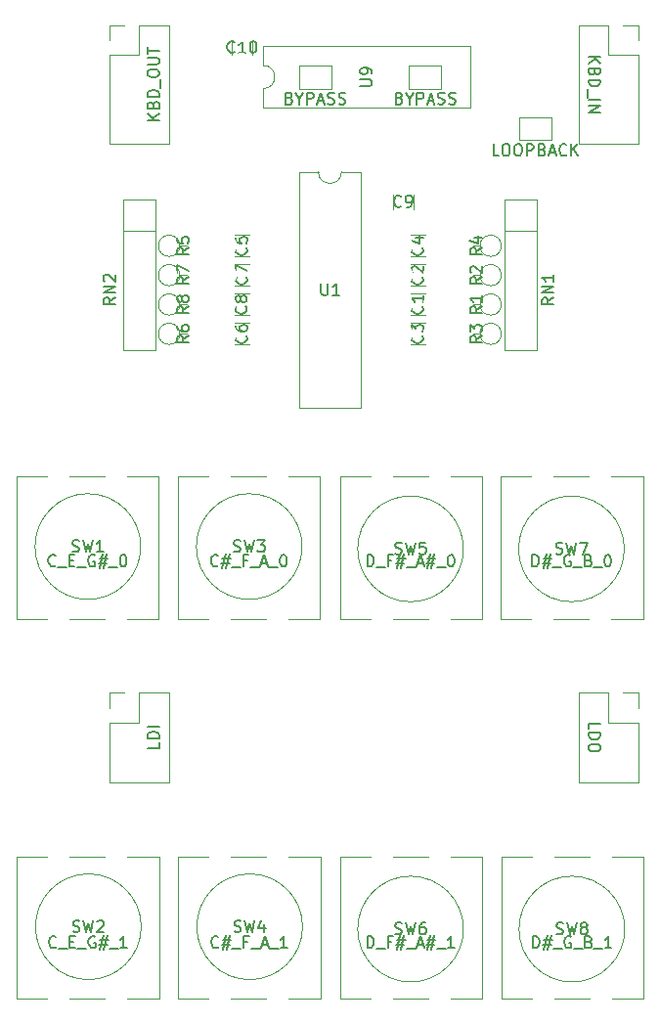
<source format=gto>
G04 #@! TF.GenerationSoftware,KiCad,Pcbnew,6.0.4+dfsg-1+b1*
G04 #@! TF.CreationDate,2022-05-03T02:32:59+03:00*
G04 #@! TF.ProjectId,yatabaza-keyboard,79617461-6261-47a6-912d-6b6579626f61,rev?*
G04 #@! TF.SameCoordinates,Original*
G04 #@! TF.FileFunction,Legend,Top*
G04 #@! TF.FilePolarity,Positive*
%FSLAX46Y46*%
G04 Gerber Fmt 4.6, Leading zero omitted, Abs format (unit mm)*
G04 Created by KiCad (PCBNEW 6.0.4+dfsg-1+b1) date 2022-05-03 02:32:59*
%MOMM*%
%LPD*%
G01*
G04 APERTURE LIST*
%ADD10C,0.150000*%
%ADD11C,0.120000*%
%ADD12C,1.600000*%
%ADD13R,1.000000X1.500000*%
%ADD14R,1.700000X1.700000*%
%ADD15C,7.000000*%
%ADD16C,1.400000*%
%ADD17O,1.400000X1.400000*%
%ADD18O,1.850000X3.048000*%
%ADD19R,1.600000X1.600000*%
%ADD20O,1.600000X1.600000*%
%ADD21O,1.700000X1.700000*%
G04 APERTURE END LIST*
D10*
X56237142Y-48426666D02*
X56284761Y-48474285D01*
X56332380Y-48617142D01*
X56332380Y-48712380D01*
X56284761Y-48855238D01*
X56189523Y-48950476D01*
X56094285Y-48998095D01*
X55903809Y-49045714D01*
X55760952Y-49045714D01*
X55570476Y-48998095D01*
X55475238Y-48950476D01*
X55380000Y-48855238D01*
X55332380Y-48712380D01*
X55332380Y-48617142D01*
X55380000Y-48474285D01*
X55427619Y-48426666D01*
X56332380Y-47474285D02*
X56332380Y-48045714D01*
X56332380Y-47760000D02*
X55332380Y-47760000D01*
X55475238Y-47855238D01*
X55570476Y-47950476D01*
X55618095Y-48045714D01*
X56237142Y-45886666D02*
X56284761Y-45934285D01*
X56332380Y-46077142D01*
X56332380Y-46172380D01*
X56284761Y-46315238D01*
X56189523Y-46410476D01*
X56094285Y-46458095D01*
X55903809Y-46505714D01*
X55760952Y-46505714D01*
X55570476Y-46458095D01*
X55475238Y-46410476D01*
X55380000Y-46315238D01*
X55332380Y-46172380D01*
X55332380Y-46077142D01*
X55380000Y-45934285D01*
X55427619Y-45886666D01*
X55427619Y-45505714D02*
X55380000Y-45458095D01*
X55332380Y-45362857D01*
X55332380Y-45124761D01*
X55380000Y-45029523D01*
X55427619Y-44981904D01*
X55522857Y-44934285D01*
X55618095Y-44934285D01*
X55760952Y-44981904D01*
X56332380Y-45553333D01*
X56332380Y-44934285D01*
X56237142Y-50966666D02*
X56284761Y-51014285D01*
X56332380Y-51157142D01*
X56332380Y-51252380D01*
X56284761Y-51395238D01*
X56189523Y-51490476D01*
X56094285Y-51538095D01*
X55903809Y-51585714D01*
X55760952Y-51585714D01*
X55570476Y-51538095D01*
X55475238Y-51490476D01*
X55380000Y-51395238D01*
X55332380Y-51252380D01*
X55332380Y-51157142D01*
X55380000Y-51014285D01*
X55427619Y-50966666D01*
X55332380Y-50633333D02*
X55332380Y-50014285D01*
X55713333Y-50347619D01*
X55713333Y-50204761D01*
X55760952Y-50109523D01*
X55808571Y-50061904D01*
X55903809Y-50014285D01*
X56141904Y-50014285D01*
X56237142Y-50061904D01*
X56284761Y-50109523D01*
X56332380Y-50204761D01*
X56332380Y-50490476D01*
X56284761Y-50585714D01*
X56237142Y-50633333D01*
X56237142Y-43346666D02*
X56284761Y-43394285D01*
X56332380Y-43537142D01*
X56332380Y-43632380D01*
X56284761Y-43775238D01*
X56189523Y-43870476D01*
X56094285Y-43918095D01*
X55903809Y-43965714D01*
X55760952Y-43965714D01*
X55570476Y-43918095D01*
X55475238Y-43870476D01*
X55380000Y-43775238D01*
X55332380Y-43632380D01*
X55332380Y-43537142D01*
X55380000Y-43394285D01*
X55427619Y-43346666D01*
X55665714Y-42489523D02*
X56332380Y-42489523D01*
X55284761Y-42727619D02*
X55999047Y-42965714D01*
X55999047Y-42346666D01*
X40997142Y-43346666D02*
X41044761Y-43394285D01*
X41092380Y-43537142D01*
X41092380Y-43632380D01*
X41044761Y-43775238D01*
X40949523Y-43870476D01*
X40854285Y-43918095D01*
X40663809Y-43965714D01*
X40520952Y-43965714D01*
X40330476Y-43918095D01*
X40235238Y-43870476D01*
X40140000Y-43775238D01*
X40092380Y-43632380D01*
X40092380Y-43537142D01*
X40140000Y-43394285D01*
X40187619Y-43346666D01*
X40092380Y-42441904D02*
X40092380Y-42918095D01*
X40568571Y-42965714D01*
X40520952Y-42918095D01*
X40473333Y-42822857D01*
X40473333Y-42584761D01*
X40520952Y-42489523D01*
X40568571Y-42441904D01*
X40663809Y-42394285D01*
X40901904Y-42394285D01*
X40997142Y-42441904D01*
X41044761Y-42489523D01*
X41092380Y-42584761D01*
X41092380Y-42822857D01*
X41044761Y-42918095D01*
X40997142Y-42965714D01*
X40997142Y-50966666D02*
X41044761Y-51014285D01*
X41092380Y-51157142D01*
X41092380Y-51252380D01*
X41044761Y-51395238D01*
X40949523Y-51490476D01*
X40854285Y-51538095D01*
X40663809Y-51585714D01*
X40520952Y-51585714D01*
X40330476Y-51538095D01*
X40235238Y-51490476D01*
X40140000Y-51395238D01*
X40092380Y-51252380D01*
X40092380Y-51157142D01*
X40140000Y-51014285D01*
X40187619Y-50966666D01*
X40092380Y-50109523D02*
X40092380Y-50300000D01*
X40140000Y-50395238D01*
X40187619Y-50442857D01*
X40330476Y-50538095D01*
X40520952Y-50585714D01*
X40901904Y-50585714D01*
X40997142Y-50538095D01*
X41044761Y-50490476D01*
X41092380Y-50395238D01*
X41092380Y-50204761D01*
X41044761Y-50109523D01*
X40997142Y-50061904D01*
X40901904Y-50014285D01*
X40663809Y-50014285D01*
X40568571Y-50061904D01*
X40520952Y-50109523D01*
X40473333Y-50204761D01*
X40473333Y-50395238D01*
X40520952Y-50490476D01*
X40568571Y-50538095D01*
X40663809Y-50585714D01*
X41017142Y-45886666D02*
X41064761Y-45934285D01*
X41112380Y-46077142D01*
X41112380Y-46172380D01*
X41064761Y-46315238D01*
X40969523Y-46410476D01*
X40874285Y-46458095D01*
X40683809Y-46505714D01*
X40540952Y-46505714D01*
X40350476Y-46458095D01*
X40255238Y-46410476D01*
X40160000Y-46315238D01*
X40112380Y-46172380D01*
X40112380Y-46077142D01*
X40160000Y-45934285D01*
X40207619Y-45886666D01*
X40112380Y-45553333D02*
X40112380Y-44886666D01*
X41112380Y-45315238D01*
X40977142Y-48426666D02*
X41024761Y-48474285D01*
X41072380Y-48617142D01*
X41072380Y-48712380D01*
X41024761Y-48855238D01*
X40929523Y-48950476D01*
X40834285Y-48998095D01*
X40643809Y-49045714D01*
X40500952Y-49045714D01*
X40310476Y-48998095D01*
X40215238Y-48950476D01*
X40120000Y-48855238D01*
X40072380Y-48712380D01*
X40072380Y-48617142D01*
X40120000Y-48474285D01*
X40167619Y-48426666D01*
X40500952Y-47855238D02*
X40453333Y-47950476D01*
X40405714Y-47998095D01*
X40310476Y-48045714D01*
X40262857Y-48045714D01*
X40167619Y-47998095D01*
X40120000Y-47950476D01*
X40072380Y-47855238D01*
X40072380Y-47664761D01*
X40120000Y-47569523D01*
X40167619Y-47521904D01*
X40262857Y-47474285D01*
X40310476Y-47474285D01*
X40405714Y-47521904D01*
X40453333Y-47569523D01*
X40500952Y-47664761D01*
X40500952Y-47855238D01*
X40548571Y-47950476D01*
X40596190Y-47998095D01*
X40691428Y-48045714D01*
X40881904Y-48045714D01*
X40977142Y-47998095D01*
X41024761Y-47950476D01*
X41072380Y-47855238D01*
X41072380Y-47664761D01*
X41024761Y-47569523D01*
X40977142Y-47521904D01*
X40881904Y-47474285D01*
X40691428Y-47474285D01*
X40596190Y-47521904D01*
X40548571Y-47569523D01*
X40500952Y-47664761D01*
X54443333Y-39727142D02*
X54395714Y-39774761D01*
X54252857Y-39822380D01*
X54157619Y-39822380D01*
X54014761Y-39774761D01*
X53919523Y-39679523D01*
X53871904Y-39584285D01*
X53824285Y-39393809D01*
X53824285Y-39250952D01*
X53871904Y-39060476D01*
X53919523Y-38965238D01*
X54014761Y-38870000D01*
X54157619Y-38822380D01*
X54252857Y-38822380D01*
X54395714Y-38870000D01*
X54443333Y-38917619D01*
X54919523Y-39822380D02*
X55110000Y-39822380D01*
X55205238Y-39774761D01*
X55252857Y-39727142D01*
X55348095Y-39584285D01*
X55395714Y-39393809D01*
X55395714Y-39012857D01*
X55348095Y-38917619D01*
X55300476Y-38870000D01*
X55205238Y-38822380D01*
X55014761Y-38822380D01*
X54919523Y-38870000D01*
X54871904Y-38917619D01*
X54824285Y-39012857D01*
X54824285Y-39250952D01*
X54871904Y-39346190D01*
X54919523Y-39393809D01*
X55014761Y-39441428D01*
X55205238Y-39441428D01*
X55300476Y-39393809D01*
X55348095Y-39346190D01*
X55395714Y-39250952D01*
X62888333Y-35377380D02*
X62412142Y-35377380D01*
X62412142Y-34377380D01*
X63412142Y-34377380D02*
X63602619Y-34377380D01*
X63697857Y-34425000D01*
X63793095Y-34520238D01*
X63840714Y-34710714D01*
X63840714Y-35044047D01*
X63793095Y-35234523D01*
X63697857Y-35329761D01*
X63602619Y-35377380D01*
X63412142Y-35377380D01*
X63316904Y-35329761D01*
X63221666Y-35234523D01*
X63174047Y-35044047D01*
X63174047Y-34710714D01*
X63221666Y-34520238D01*
X63316904Y-34425000D01*
X63412142Y-34377380D01*
X64459761Y-34377380D02*
X64650238Y-34377380D01*
X64745476Y-34425000D01*
X64840714Y-34520238D01*
X64888333Y-34710714D01*
X64888333Y-35044047D01*
X64840714Y-35234523D01*
X64745476Y-35329761D01*
X64650238Y-35377380D01*
X64459761Y-35377380D01*
X64364523Y-35329761D01*
X64269285Y-35234523D01*
X64221666Y-35044047D01*
X64221666Y-34710714D01*
X64269285Y-34520238D01*
X64364523Y-34425000D01*
X64459761Y-34377380D01*
X65316904Y-35377380D02*
X65316904Y-34377380D01*
X65697857Y-34377380D01*
X65793095Y-34425000D01*
X65840714Y-34472619D01*
X65888333Y-34567857D01*
X65888333Y-34710714D01*
X65840714Y-34805952D01*
X65793095Y-34853571D01*
X65697857Y-34901190D01*
X65316904Y-34901190D01*
X66650238Y-34853571D02*
X66793095Y-34901190D01*
X66840714Y-34948809D01*
X66888333Y-35044047D01*
X66888333Y-35186904D01*
X66840714Y-35282142D01*
X66793095Y-35329761D01*
X66697857Y-35377380D01*
X66316904Y-35377380D01*
X66316904Y-34377380D01*
X66650238Y-34377380D01*
X66745476Y-34425000D01*
X66793095Y-34472619D01*
X66840714Y-34567857D01*
X66840714Y-34663095D01*
X66793095Y-34758333D01*
X66745476Y-34805952D01*
X66650238Y-34853571D01*
X66316904Y-34853571D01*
X67269285Y-35091666D02*
X67745476Y-35091666D01*
X67174047Y-35377380D02*
X67507380Y-34377380D01*
X67840714Y-35377380D01*
X68745476Y-35282142D02*
X68697857Y-35329761D01*
X68555000Y-35377380D01*
X68459761Y-35377380D01*
X68316904Y-35329761D01*
X68221666Y-35234523D01*
X68174047Y-35139285D01*
X68126428Y-34948809D01*
X68126428Y-34805952D01*
X68174047Y-34615476D01*
X68221666Y-34520238D01*
X68316904Y-34425000D01*
X68459761Y-34377380D01*
X68555000Y-34377380D01*
X68697857Y-34425000D01*
X68745476Y-34472619D01*
X69174047Y-35377380D02*
X69174047Y-34377380D01*
X69745476Y-35377380D02*
X69316904Y-34805952D01*
X69745476Y-34377380D02*
X69174047Y-34948809D01*
X33472380Y-32281428D02*
X32472380Y-32281428D01*
X33472380Y-31710000D02*
X32900952Y-32138571D01*
X32472380Y-31710000D02*
X33043809Y-32281428D01*
X32948571Y-30948095D02*
X32996190Y-30805238D01*
X33043809Y-30757619D01*
X33139047Y-30710000D01*
X33281904Y-30710000D01*
X33377142Y-30757619D01*
X33424761Y-30805238D01*
X33472380Y-30900476D01*
X33472380Y-31281428D01*
X32472380Y-31281428D01*
X32472380Y-30948095D01*
X32520000Y-30852857D01*
X32567619Y-30805238D01*
X32662857Y-30757619D01*
X32758095Y-30757619D01*
X32853333Y-30805238D01*
X32900952Y-30852857D01*
X32948571Y-30948095D01*
X32948571Y-31281428D01*
X33472380Y-30281428D02*
X32472380Y-30281428D01*
X32472380Y-30043333D01*
X32520000Y-29900476D01*
X32615238Y-29805238D01*
X32710476Y-29757619D01*
X32900952Y-29710000D01*
X33043809Y-29710000D01*
X33234285Y-29757619D01*
X33329523Y-29805238D01*
X33424761Y-29900476D01*
X33472380Y-30043333D01*
X33472380Y-30281428D01*
X33567619Y-29519523D02*
X33567619Y-28757619D01*
X32472380Y-28329047D02*
X32472380Y-28138571D01*
X32520000Y-28043333D01*
X32615238Y-27948095D01*
X32805714Y-27900476D01*
X33139047Y-27900476D01*
X33329523Y-27948095D01*
X33424761Y-28043333D01*
X33472380Y-28138571D01*
X33472380Y-28329047D01*
X33424761Y-28424285D01*
X33329523Y-28519523D01*
X33139047Y-28567142D01*
X32805714Y-28567142D01*
X32615238Y-28519523D01*
X32520000Y-28424285D01*
X32472380Y-28329047D01*
X32472380Y-27471904D02*
X33281904Y-27471904D01*
X33377142Y-27424285D01*
X33424761Y-27376666D01*
X33472380Y-27281428D01*
X33472380Y-27090952D01*
X33424761Y-26995714D01*
X33377142Y-26948095D01*
X33281904Y-26900476D01*
X32472380Y-26900476D01*
X32472380Y-26567142D02*
X32472380Y-25995714D01*
X33472380Y-26281428D02*
X32472380Y-26281428D01*
X70667619Y-26805238D02*
X71667619Y-26805238D01*
X70667619Y-27376666D02*
X71239047Y-26948095D01*
X71667619Y-27376666D02*
X71096190Y-26805238D01*
X71191428Y-28138571D02*
X71143809Y-28281428D01*
X71096190Y-28329047D01*
X71000952Y-28376666D01*
X70858095Y-28376666D01*
X70762857Y-28329047D01*
X70715238Y-28281428D01*
X70667619Y-28186190D01*
X70667619Y-27805238D01*
X71667619Y-27805238D01*
X71667619Y-28138571D01*
X71620000Y-28233809D01*
X71572380Y-28281428D01*
X71477142Y-28329047D01*
X71381904Y-28329047D01*
X71286666Y-28281428D01*
X71239047Y-28233809D01*
X71191428Y-28138571D01*
X71191428Y-27805238D01*
X70667619Y-28805238D02*
X71667619Y-28805238D01*
X71667619Y-29043333D01*
X71620000Y-29186190D01*
X71524761Y-29281428D01*
X71429523Y-29329047D01*
X71239047Y-29376666D01*
X71096190Y-29376666D01*
X70905714Y-29329047D01*
X70810476Y-29281428D01*
X70715238Y-29186190D01*
X70667619Y-29043333D01*
X70667619Y-28805238D01*
X70572380Y-29567142D02*
X70572380Y-30329047D01*
X70667619Y-30567142D02*
X71667619Y-30567142D01*
X70667619Y-31043333D02*
X71667619Y-31043333D01*
X70667619Y-31614761D01*
X71667619Y-31614761D01*
X61402380Y-48426666D02*
X60926190Y-48760000D01*
X61402380Y-48998095D02*
X60402380Y-48998095D01*
X60402380Y-48617142D01*
X60450000Y-48521904D01*
X60497619Y-48474285D01*
X60592857Y-48426666D01*
X60735714Y-48426666D01*
X60830952Y-48474285D01*
X60878571Y-48521904D01*
X60926190Y-48617142D01*
X60926190Y-48998095D01*
X61402380Y-47474285D02*
X61402380Y-48045714D01*
X61402380Y-47760000D02*
X60402380Y-47760000D01*
X60545238Y-47855238D01*
X60640476Y-47950476D01*
X60688095Y-48045714D01*
X61402380Y-45886666D02*
X60926190Y-46220000D01*
X61402380Y-46458095D02*
X60402380Y-46458095D01*
X60402380Y-46077142D01*
X60450000Y-45981904D01*
X60497619Y-45934285D01*
X60592857Y-45886666D01*
X60735714Y-45886666D01*
X60830952Y-45934285D01*
X60878571Y-45981904D01*
X60926190Y-46077142D01*
X60926190Y-46458095D01*
X60497619Y-45505714D02*
X60450000Y-45458095D01*
X60402380Y-45362857D01*
X60402380Y-45124761D01*
X60450000Y-45029523D01*
X60497619Y-44981904D01*
X60592857Y-44934285D01*
X60688095Y-44934285D01*
X60830952Y-44981904D01*
X61402380Y-45553333D01*
X61402380Y-44934285D01*
X61402380Y-50966666D02*
X60926190Y-51300000D01*
X61402380Y-51538095D02*
X60402380Y-51538095D01*
X60402380Y-51157142D01*
X60450000Y-51061904D01*
X60497619Y-51014285D01*
X60592857Y-50966666D01*
X60735714Y-50966666D01*
X60830952Y-51014285D01*
X60878571Y-51061904D01*
X60926190Y-51157142D01*
X60926190Y-51538095D01*
X60402380Y-50633333D02*
X60402380Y-50014285D01*
X60783333Y-50347619D01*
X60783333Y-50204761D01*
X60830952Y-50109523D01*
X60878571Y-50061904D01*
X60973809Y-50014285D01*
X61211904Y-50014285D01*
X61307142Y-50061904D01*
X61354761Y-50109523D01*
X61402380Y-50204761D01*
X61402380Y-50490476D01*
X61354761Y-50585714D01*
X61307142Y-50633333D01*
X61402380Y-43346666D02*
X60926190Y-43680000D01*
X61402380Y-43918095D02*
X60402380Y-43918095D01*
X60402380Y-43537142D01*
X60450000Y-43441904D01*
X60497619Y-43394285D01*
X60592857Y-43346666D01*
X60735714Y-43346666D01*
X60830952Y-43394285D01*
X60878571Y-43441904D01*
X60926190Y-43537142D01*
X60926190Y-43918095D01*
X60735714Y-42489523D02*
X61402380Y-42489523D01*
X60354761Y-42727619D02*
X61069047Y-42965714D01*
X61069047Y-42346666D01*
X36022380Y-43346666D02*
X35546190Y-43680000D01*
X36022380Y-43918095D02*
X35022380Y-43918095D01*
X35022380Y-43537142D01*
X35070000Y-43441904D01*
X35117619Y-43394285D01*
X35212857Y-43346666D01*
X35355714Y-43346666D01*
X35450952Y-43394285D01*
X35498571Y-43441904D01*
X35546190Y-43537142D01*
X35546190Y-43918095D01*
X35022380Y-42441904D02*
X35022380Y-42918095D01*
X35498571Y-42965714D01*
X35450952Y-42918095D01*
X35403333Y-42822857D01*
X35403333Y-42584761D01*
X35450952Y-42489523D01*
X35498571Y-42441904D01*
X35593809Y-42394285D01*
X35831904Y-42394285D01*
X35927142Y-42441904D01*
X35974761Y-42489523D01*
X36022380Y-42584761D01*
X36022380Y-42822857D01*
X35974761Y-42918095D01*
X35927142Y-42965714D01*
X36022380Y-50966666D02*
X35546190Y-51300000D01*
X36022380Y-51538095D02*
X35022380Y-51538095D01*
X35022380Y-51157142D01*
X35070000Y-51061904D01*
X35117619Y-51014285D01*
X35212857Y-50966666D01*
X35355714Y-50966666D01*
X35450952Y-51014285D01*
X35498571Y-51061904D01*
X35546190Y-51157142D01*
X35546190Y-51538095D01*
X35022380Y-50109523D02*
X35022380Y-50300000D01*
X35070000Y-50395238D01*
X35117619Y-50442857D01*
X35260476Y-50538095D01*
X35450952Y-50585714D01*
X35831904Y-50585714D01*
X35927142Y-50538095D01*
X35974761Y-50490476D01*
X36022380Y-50395238D01*
X36022380Y-50204761D01*
X35974761Y-50109523D01*
X35927142Y-50061904D01*
X35831904Y-50014285D01*
X35593809Y-50014285D01*
X35498571Y-50061904D01*
X35450952Y-50109523D01*
X35403333Y-50204761D01*
X35403333Y-50395238D01*
X35450952Y-50490476D01*
X35498571Y-50538095D01*
X35593809Y-50585714D01*
X36022380Y-45886666D02*
X35546190Y-46220000D01*
X36022380Y-46458095D02*
X35022380Y-46458095D01*
X35022380Y-46077142D01*
X35070000Y-45981904D01*
X35117619Y-45934285D01*
X35212857Y-45886666D01*
X35355714Y-45886666D01*
X35450952Y-45934285D01*
X35498571Y-45981904D01*
X35546190Y-46077142D01*
X35546190Y-46458095D01*
X35022380Y-45553333D02*
X35022380Y-44886666D01*
X36022380Y-45315238D01*
X36022380Y-48426666D02*
X35546190Y-48760000D01*
X36022380Y-48998095D02*
X35022380Y-48998095D01*
X35022380Y-48617142D01*
X35070000Y-48521904D01*
X35117619Y-48474285D01*
X35212857Y-48426666D01*
X35355714Y-48426666D01*
X35450952Y-48474285D01*
X35498571Y-48521904D01*
X35546190Y-48617142D01*
X35546190Y-48998095D01*
X35450952Y-47855238D02*
X35403333Y-47950476D01*
X35355714Y-47998095D01*
X35260476Y-48045714D01*
X35212857Y-48045714D01*
X35117619Y-47998095D01*
X35070000Y-47950476D01*
X35022380Y-47855238D01*
X35022380Y-47664761D01*
X35070000Y-47569523D01*
X35117619Y-47521904D01*
X35212857Y-47474285D01*
X35260476Y-47474285D01*
X35355714Y-47521904D01*
X35403333Y-47569523D01*
X35450952Y-47664761D01*
X35450952Y-47855238D01*
X35498571Y-47950476D01*
X35546190Y-47998095D01*
X35641428Y-48045714D01*
X35831904Y-48045714D01*
X35927142Y-47998095D01*
X35974761Y-47950476D01*
X36022380Y-47855238D01*
X36022380Y-47664761D01*
X35974761Y-47569523D01*
X35927142Y-47521904D01*
X35831904Y-47474285D01*
X35641428Y-47474285D01*
X35546190Y-47521904D01*
X35498571Y-47569523D01*
X35450952Y-47664761D01*
X25971666Y-69619761D02*
X26114523Y-69667380D01*
X26352619Y-69667380D01*
X26447857Y-69619761D01*
X26495476Y-69572142D01*
X26543095Y-69476904D01*
X26543095Y-69381666D01*
X26495476Y-69286428D01*
X26447857Y-69238809D01*
X26352619Y-69191190D01*
X26162142Y-69143571D01*
X26066904Y-69095952D01*
X26019285Y-69048333D01*
X25971666Y-68953095D01*
X25971666Y-68857857D01*
X26019285Y-68762619D01*
X26066904Y-68715000D01*
X26162142Y-68667380D01*
X26400238Y-68667380D01*
X26543095Y-68715000D01*
X26876428Y-68667380D02*
X27114523Y-69667380D01*
X27305000Y-68953095D01*
X27495476Y-69667380D01*
X27733571Y-68667380D01*
X28638333Y-69667380D02*
X28066904Y-69667380D01*
X28352619Y-69667380D02*
X28352619Y-68667380D01*
X28257380Y-68810238D01*
X28162142Y-68905476D01*
X28066904Y-68953095D01*
X24503095Y-70842142D02*
X24455476Y-70889761D01*
X24312619Y-70937380D01*
X24217380Y-70937380D01*
X24074523Y-70889761D01*
X23979285Y-70794523D01*
X23931666Y-70699285D01*
X23884047Y-70508809D01*
X23884047Y-70365952D01*
X23931666Y-70175476D01*
X23979285Y-70080238D01*
X24074523Y-69985000D01*
X24217380Y-69937380D01*
X24312619Y-69937380D01*
X24455476Y-69985000D01*
X24503095Y-70032619D01*
X24693571Y-71032619D02*
X25455476Y-71032619D01*
X25693571Y-70413571D02*
X26026904Y-70413571D01*
X26169761Y-70937380D02*
X25693571Y-70937380D01*
X25693571Y-69937380D01*
X26169761Y-69937380D01*
X26360238Y-71032619D02*
X27122142Y-71032619D01*
X27884047Y-69985000D02*
X27788809Y-69937380D01*
X27645952Y-69937380D01*
X27503095Y-69985000D01*
X27407857Y-70080238D01*
X27360238Y-70175476D01*
X27312619Y-70365952D01*
X27312619Y-70508809D01*
X27360238Y-70699285D01*
X27407857Y-70794523D01*
X27503095Y-70889761D01*
X27645952Y-70937380D01*
X27741190Y-70937380D01*
X27884047Y-70889761D01*
X27931666Y-70842142D01*
X27931666Y-70508809D01*
X27741190Y-70508809D01*
X28312619Y-70270714D02*
X29026904Y-70270714D01*
X28598333Y-69842142D02*
X28312619Y-71127857D01*
X28931666Y-70699285D02*
X28217380Y-70699285D01*
X28645952Y-71127857D02*
X28931666Y-69842142D01*
X29122142Y-71032619D02*
X29884047Y-71032619D01*
X30312619Y-69937380D02*
X30407857Y-69937380D01*
X30503095Y-69985000D01*
X30550714Y-70032619D01*
X30598333Y-70127857D01*
X30645952Y-70318333D01*
X30645952Y-70556428D01*
X30598333Y-70746904D01*
X30550714Y-70842142D01*
X30503095Y-70889761D01*
X30407857Y-70937380D01*
X30312619Y-70937380D01*
X30217380Y-70889761D01*
X30169761Y-70842142D01*
X30122142Y-70746904D01*
X30074523Y-70556428D01*
X30074523Y-70318333D01*
X30122142Y-70127857D01*
X30169761Y-70032619D01*
X30217380Y-69985000D01*
X30312619Y-69937380D01*
X26011666Y-102529761D02*
X26154523Y-102577380D01*
X26392619Y-102577380D01*
X26487857Y-102529761D01*
X26535476Y-102482142D01*
X26583095Y-102386904D01*
X26583095Y-102291666D01*
X26535476Y-102196428D01*
X26487857Y-102148809D01*
X26392619Y-102101190D01*
X26202142Y-102053571D01*
X26106904Y-102005952D01*
X26059285Y-101958333D01*
X26011666Y-101863095D01*
X26011666Y-101767857D01*
X26059285Y-101672619D01*
X26106904Y-101625000D01*
X26202142Y-101577380D01*
X26440238Y-101577380D01*
X26583095Y-101625000D01*
X26916428Y-101577380D02*
X27154523Y-102577380D01*
X27345000Y-101863095D01*
X27535476Y-102577380D01*
X27773571Y-101577380D01*
X28106904Y-101672619D02*
X28154523Y-101625000D01*
X28249761Y-101577380D01*
X28487857Y-101577380D01*
X28583095Y-101625000D01*
X28630714Y-101672619D01*
X28678333Y-101767857D01*
X28678333Y-101863095D01*
X28630714Y-102005952D01*
X28059285Y-102577380D01*
X28678333Y-102577380D01*
X24543095Y-103862142D02*
X24495476Y-103909761D01*
X24352619Y-103957380D01*
X24257380Y-103957380D01*
X24114523Y-103909761D01*
X24019285Y-103814523D01*
X23971666Y-103719285D01*
X23924047Y-103528809D01*
X23924047Y-103385952D01*
X23971666Y-103195476D01*
X24019285Y-103100238D01*
X24114523Y-103005000D01*
X24257380Y-102957380D01*
X24352619Y-102957380D01*
X24495476Y-103005000D01*
X24543095Y-103052619D01*
X24733571Y-104052619D02*
X25495476Y-104052619D01*
X25733571Y-103433571D02*
X26066904Y-103433571D01*
X26209761Y-103957380D02*
X25733571Y-103957380D01*
X25733571Y-102957380D01*
X26209761Y-102957380D01*
X26400238Y-104052619D02*
X27162142Y-104052619D01*
X27924047Y-103005000D02*
X27828809Y-102957380D01*
X27685952Y-102957380D01*
X27543095Y-103005000D01*
X27447857Y-103100238D01*
X27400238Y-103195476D01*
X27352619Y-103385952D01*
X27352619Y-103528809D01*
X27400238Y-103719285D01*
X27447857Y-103814523D01*
X27543095Y-103909761D01*
X27685952Y-103957380D01*
X27781190Y-103957380D01*
X27924047Y-103909761D01*
X27971666Y-103862142D01*
X27971666Y-103528809D01*
X27781190Y-103528809D01*
X28352619Y-103290714D02*
X29066904Y-103290714D01*
X28638333Y-102862142D02*
X28352619Y-104147857D01*
X28971666Y-103719285D02*
X28257380Y-103719285D01*
X28685952Y-104147857D02*
X28971666Y-102862142D01*
X29162142Y-104052619D02*
X29924047Y-104052619D01*
X30685952Y-103957380D02*
X30114523Y-103957380D01*
X30400238Y-103957380D02*
X30400238Y-102957380D01*
X30305000Y-103100238D01*
X30209761Y-103195476D01*
X30114523Y-103243095D01*
X39941666Y-69619761D02*
X40084523Y-69667380D01*
X40322619Y-69667380D01*
X40417857Y-69619761D01*
X40465476Y-69572142D01*
X40513095Y-69476904D01*
X40513095Y-69381666D01*
X40465476Y-69286428D01*
X40417857Y-69238809D01*
X40322619Y-69191190D01*
X40132142Y-69143571D01*
X40036904Y-69095952D01*
X39989285Y-69048333D01*
X39941666Y-68953095D01*
X39941666Y-68857857D01*
X39989285Y-68762619D01*
X40036904Y-68715000D01*
X40132142Y-68667380D01*
X40370238Y-68667380D01*
X40513095Y-68715000D01*
X40846428Y-68667380D02*
X41084523Y-69667380D01*
X41275000Y-68953095D01*
X41465476Y-69667380D01*
X41703571Y-68667380D01*
X41989285Y-68667380D02*
X42608333Y-68667380D01*
X42275000Y-69048333D01*
X42417857Y-69048333D01*
X42513095Y-69095952D01*
X42560714Y-69143571D01*
X42608333Y-69238809D01*
X42608333Y-69476904D01*
X42560714Y-69572142D01*
X42513095Y-69619761D01*
X42417857Y-69667380D01*
X42132142Y-69667380D01*
X42036904Y-69619761D01*
X41989285Y-69572142D01*
X38568333Y-70842142D02*
X38520714Y-70889761D01*
X38377857Y-70937380D01*
X38282619Y-70937380D01*
X38139761Y-70889761D01*
X38044523Y-70794523D01*
X37996904Y-70699285D01*
X37949285Y-70508809D01*
X37949285Y-70365952D01*
X37996904Y-70175476D01*
X38044523Y-70080238D01*
X38139761Y-69985000D01*
X38282619Y-69937380D01*
X38377857Y-69937380D01*
X38520714Y-69985000D01*
X38568333Y-70032619D01*
X38949285Y-70270714D02*
X39663571Y-70270714D01*
X39235000Y-69842142D02*
X38949285Y-71127857D01*
X39568333Y-70699285D02*
X38854047Y-70699285D01*
X39282619Y-71127857D02*
X39568333Y-69842142D01*
X39758809Y-71032619D02*
X40520714Y-71032619D01*
X41092142Y-70413571D02*
X40758809Y-70413571D01*
X40758809Y-70937380D02*
X40758809Y-69937380D01*
X41235000Y-69937380D01*
X41377857Y-71032619D02*
X42139761Y-71032619D01*
X42330238Y-70651666D02*
X42806428Y-70651666D01*
X42235000Y-70937380D02*
X42568333Y-69937380D01*
X42901666Y-70937380D01*
X42996904Y-71032619D02*
X43758809Y-71032619D01*
X44187380Y-69937380D02*
X44282619Y-69937380D01*
X44377857Y-69985000D01*
X44425476Y-70032619D01*
X44473095Y-70127857D01*
X44520714Y-70318333D01*
X44520714Y-70556428D01*
X44473095Y-70746904D01*
X44425476Y-70842142D01*
X44377857Y-70889761D01*
X44282619Y-70937380D01*
X44187380Y-70937380D01*
X44092142Y-70889761D01*
X44044523Y-70842142D01*
X43996904Y-70746904D01*
X43949285Y-70556428D01*
X43949285Y-70318333D01*
X43996904Y-70127857D01*
X44044523Y-70032619D01*
X44092142Y-69985000D01*
X44187380Y-69937380D01*
X39981666Y-102529761D02*
X40124523Y-102577380D01*
X40362619Y-102577380D01*
X40457857Y-102529761D01*
X40505476Y-102482142D01*
X40553095Y-102386904D01*
X40553095Y-102291666D01*
X40505476Y-102196428D01*
X40457857Y-102148809D01*
X40362619Y-102101190D01*
X40172142Y-102053571D01*
X40076904Y-102005952D01*
X40029285Y-101958333D01*
X39981666Y-101863095D01*
X39981666Y-101767857D01*
X40029285Y-101672619D01*
X40076904Y-101625000D01*
X40172142Y-101577380D01*
X40410238Y-101577380D01*
X40553095Y-101625000D01*
X40886428Y-101577380D02*
X41124523Y-102577380D01*
X41315000Y-101863095D01*
X41505476Y-102577380D01*
X41743571Y-101577380D01*
X42553095Y-101910714D02*
X42553095Y-102577380D01*
X42315000Y-101529761D02*
X42076904Y-102244047D01*
X42695952Y-102244047D01*
X38608333Y-103862142D02*
X38560714Y-103909761D01*
X38417857Y-103957380D01*
X38322619Y-103957380D01*
X38179761Y-103909761D01*
X38084523Y-103814523D01*
X38036904Y-103719285D01*
X37989285Y-103528809D01*
X37989285Y-103385952D01*
X38036904Y-103195476D01*
X38084523Y-103100238D01*
X38179761Y-103005000D01*
X38322619Y-102957380D01*
X38417857Y-102957380D01*
X38560714Y-103005000D01*
X38608333Y-103052619D01*
X38989285Y-103290714D02*
X39703571Y-103290714D01*
X39275000Y-102862142D02*
X38989285Y-104147857D01*
X39608333Y-103719285D02*
X38894047Y-103719285D01*
X39322619Y-104147857D02*
X39608333Y-102862142D01*
X39798809Y-104052619D02*
X40560714Y-104052619D01*
X41132142Y-103433571D02*
X40798809Y-103433571D01*
X40798809Y-103957380D02*
X40798809Y-102957380D01*
X41275000Y-102957380D01*
X41417857Y-104052619D02*
X42179761Y-104052619D01*
X42370238Y-103671666D02*
X42846428Y-103671666D01*
X42275000Y-103957380D02*
X42608333Y-102957380D01*
X42941666Y-103957380D01*
X43036904Y-104052619D02*
X43798809Y-104052619D01*
X44560714Y-103957380D02*
X43989285Y-103957380D01*
X44275000Y-103957380D02*
X44275000Y-102957380D01*
X44179761Y-103100238D01*
X44084523Y-103195476D01*
X43989285Y-103243095D01*
X53911666Y-69819761D02*
X54054523Y-69867380D01*
X54292619Y-69867380D01*
X54387857Y-69819761D01*
X54435476Y-69772142D01*
X54483095Y-69676904D01*
X54483095Y-69581666D01*
X54435476Y-69486428D01*
X54387857Y-69438809D01*
X54292619Y-69391190D01*
X54102142Y-69343571D01*
X54006904Y-69295952D01*
X53959285Y-69248333D01*
X53911666Y-69153095D01*
X53911666Y-69057857D01*
X53959285Y-68962619D01*
X54006904Y-68915000D01*
X54102142Y-68867380D01*
X54340238Y-68867380D01*
X54483095Y-68915000D01*
X54816428Y-68867380D02*
X55054523Y-69867380D01*
X55245000Y-69153095D01*
X55435476Y-69867380D01*
X55673571Y-68867380D01*
X56530714Y-68867380D02*
X56054523Y-68867380D01*
X56006904Y-69343571D01*
X56054523Y-69295952D01*
X56149761Y-69248333D01*
X56387857Y-69248333D01*
X56483095Y-69295952D01*
X56530714Y-69343571D01*
X56578333Y-69438809D01*
X56578333Y-69676904D01*
X56530714Y-69772142D01*
X56483095Y-69819761D01*
X56387857Y-69867380D01*
X56149761Y-69867380D01*
X56054523Y-69819761D01*
X56006904Y-69772142D01*
X51506904Y-70937380D02*
X51506904Y-69937380D01*
X51745000Y-69937380D01*
X51887857Y-69985000D01*
X51983095Y-70080238D01*
X52030714Y-70175476D01*
X52078333Y-70365952D01*
X52078333Y-70508809D01*
X52030714Y-70699285D01*
X51983095Y-70794523D01*
X51887857Y-70889761D01*
X51745000Y-70937380D01*
X51506904Y-70937380D01*
X52268809Y-71032619D02*
X53030714Y-71032619D01*
X53602142Y-70413571D02*
X53268809Y-70413571D01*
X53268809Y-70937380D02*
X53268809Y-69937380D01*
X53745000Y-69937380D01*
X54078333Y-70270714D02*
X54792619Y-70270714D01*
X54364047Y-69842142D02*
X54078333Y-71127857D01*
X54697380Y-70699285D02*
X53983095Y-70699285D01*
X54411666Y-71127857D02*
X54697380Y-69842142D01*
X54887857Y-71032619D02*
X55649761Y-71032619D01*
X55840238Y-70651666D02*
X56316428Y-70651666D01*
X55745000Y-70937380D02*
X56078333Y-69937380D01*
X56411666Y-70937380D01*
X56697380Y-70270714D02*
X57411666Y-70270714D01*
X56983095Y-69842142D02*
X56697380Y-71127857D01*
X57316428Y-70699285D02*
X56602142Y-70699285D01*
X57030714Y-71127857D02*
X57316428Y-69842142D01*
X57506904Y-71032619D02*
X58268809Y-71032619D01*
X58697380Y-69937380D02*
X58792619Y-69937380D01*
X58887857Y-69985000D01*
X58935476Y-70032619D01*
X58983095Y-70127857D01*
X59030714Y-70318333D01*
X59030714Y-70556428D01*
X58983095Y-70746904D01*
X58935476Y-70842142D01*
X58887857Y-70889761D01*
X58792619Y-70937380D01*
X58697380Y-70937380D01*
X58602142Y-70889761D01*
X58554523Y-70842142D01*
X58506904Y-70746904D01*
X58459285Y-70556428D01*
X58459285Y-70318333D01*
X58506904Y-70127857D01*
X58554523Y-70032619D01*
X58602142Y-69985000D01*
X58697380Y-69937380D01*
X53911666Y-102729761D02*
X54054523Y-102777380D01*
X54292619Y-102777380D01*
X54387857Y-102729761D01*
X54435476Y-102682142D01*
X54483095Y-102586904D01*
X54483095Y-102491666D01*
X54435476Y-102396428D01*
X54387857Y-102348809D01*
X54292619Y-102301190D01*
X54102142Y-102253571D01*
X54006904Y-102205952D01*
X53959285Y-102158333D01*
X53911666Y-102063095D01*
X53911666Y-101967857D01*
X53959285Y-101872619D01*
X54006904Y-101825000D01*
X54102142Y-101777380D01*
X54340238Y-101777380D01*
X54483095Y-101825000D01*
X54816428Y-101777380D02*
X55054523Y-102777380D01*
X55245000Y-102063095D01*
X55435476Y-102777380D01*
X55673571Y-101777380D01*
X56483095Y-101777380D02*
X56292619Y-101777380D01*
X56197380Y-101825000D01*
X56149761Y-101872619D01*
X56054523Y-102015476D01*
X56006904Y-102205952D01*
X56006904Y-102586904D01*
X56054523Y-102682142D01*
X56102142Y-102729761D01*
X56197380Y-102777380D01*
X56387857Y-102777380D01*
X56483095Y-102729761D01*
X56530714Y-102682142D01*
X56578333Y-102586904D01*
X56578333Y-102348809D01*
X56530714Y-102253571D01*
X56483095Y-102205952D01*
X56387857Y-102158333D01*
X56197380Y-102158333D01*
X56102142Y-102205952D01*
X56054523Y-102253571D01*
X56006904Y-102348809D01*
X51506904Y-103957380D02*
X51506904Y-102957380D01*
X51745000Y-102957380D01*
X51887857Y-103005000D01*
X51983095Y-103100238D01*
X52030714Y-103195476D01*
X52078333Y-103385952D01*
X52078333Y-103528809D01*
X52030714Y-103719285D01*
X51983095Y-103814523D01*
X51887857Y-103909761D01*
X51745000Y-103957380D01*
X51506904Y-103957380D01*
X52268809Y-104052619D02*
X53030714Y-104052619D01*
X53602142Y-103433571D02*
X53268809Y-103433571D01*
X53268809Y-103957380D02*
X53268809Y-102957380D01*
X53745000Y-102957380D01*
X54078333Y-103290714D02*
X54792619Y-103290714D01*
X54364047Y-102862142D02*
X54078333Y-104147857D01*
X54697380Y-103719285D02*
X53983095Y-103719285D01*
X54411666Y-104147857D02*
X54697380Y-102862142D01*
X54887857Y-104052619D02*
X55649761Y-104052619D01*
X55840238Y-103671666D02*
X56316428Y-103671666D01*
X55745000Y-103957380D02*
X56078333Y-102957380D01*
X56411666Y-103957380D01*
X56697380Y-103290714D02*
X57411666Y-103290714D01*
X56983095Y-102862142D02*
X56697380Y-104147857D01*
X57316428Y-103719285D02*
X56602142Y-103719285D01*
X57030714Y-104147857D02*
X57316428Y-102862142D01*
X57506904Y-104052619D02*
X58268809Y-104052619D01*
X59030714Y-103957380D02*
X58459285Y-103957380D01*
X58745000Y-103957380D02*
X58745000Y-102957380D01*
X58649761Y-103100238D01*
X58554523Y-103195476D01*
X58459285Y-103243095D01*
X67841666Y-69819761D02*
X67984523Y-69867380D01*
X68222619Y-69867380D01*
X68317857Y-69819761D01*
X68365476Y-69772142D01*
X68413095Y-69676904D01*
X68413095Y-69581666D01*
X68365476Y-69486428D01*
X68317857Y-69438809D01*
X68222619Y-69391190D01*
X68032142Y-69343571D01*
X67936904Y-69295952D01*
X67889285Y-69248333D01*
X67841666Y-69153095D01*
X67841666Y-69057857D01*
X67889285Y-68962619D01*
X67936904Y-68915000D01*
X68032142Y-68867380D01*
X68270238Y-68867380D01*
X68413095Y-68915000D01*
X68746428Y-68867380D02*
X68984523Y-69867380D01*
X69175000Y-69153095D01*
X69365476Y-69867380D01*
X69603571Y-68867380D01*
X69889285Y-68867380D02*
X70555952Y-68867380D01*
X70127380Y-69867380D01*
X65794047Y-70937380D02*
X65794047Y-69937380D01*
X66032142Y-69937380D01*
X66175000Y-69985000D01*
X66270238Y-70080238D01*
X66317857Y-70175476D01*
X66365476Y-70365952D01*
X66365476Y-70508809D01*
X66317857Y-70699285D01*
X66270238Y-70794523D01*
X66175000Y-70889761D01*
X66032142Y-70937380D01*
X65794047Y-70937380D01*
X66746428Y-70270714D02*
X67460714Y-70270714D01*
X67032142Y-69842142D02*
X66746428Y-71127857D01*
X67365476Y-70699285D02*
X66651190Y-70699285D01*
X67079761Y-71127857D02*
X67365476Y-69842142D01*
X67555952Y-71032619D02*
X68317857Y-71032619D01*
X69079761Y-69985000D02*
X68984523Y-69937380D01*
X68841666Y-69937380D01*
X68698809Y-69985000D01*
X68603571Y-70080238D01*
X68555952Y-70175476D01*
X68508333Y-70365952D01*
X68508333Y-70508809D01*
X68555952Y-70699285D01*
X68603571Y-70794523D01*
X68698809Y-70889761D01*
X68841666Y-70937380D01*
X68936904Y-70937380D01*
X69079761Y-70889761D01*
X69127380Y-70842142D01*
X69127380Y-70508809D01*
X68936904Y-70508809D01*
X69317857Y-71032619D02*
X70079761Y-71032619D01*
X70651190Y-70413571D02*
X70794047Y-70461190D01*
X70841666Y-70508809D01*
X70889285Y-70604047D01*
X70889285Y-70746904D01*
X70841666Y-70842142D01*
X70794047Y-70889761D01*
X70698809Y-70937380D01*
X70317857Y-70937380D01*
X70317857Y-69937380D01*
X70651190Y-69937380D01*
X70746428Y-69985000D01*
X70794047Y-70032619D01*
X70841666Y-70127857D01*
X70841666Y-70223095D01*
X70794047Y-70318333D01*
X70746428Y-70365952D01*
X70651190Y-70413571D01*
X70317857Y-70413571D01*
X71079761Y-71032619D02*
X71841666Y-71032619D01*
X72270238Y-69937380D02*
X72365476Y-69937380D01*
X72460714Y-69985000D01*
X72508333Y-70032619D01*
X72555952Y-70127857D01*
X72603571Y-70318333D01*
X72603571Y-70556428D01*
X72555952Y-70746904D01*
X72508333Y-70842142D01*
X72460714Y-70889761D01*
X72365476Y-70937380D01*
X72270238Y-70937380D01*
X72175000Y-70889761D01*
X72127380Y-70842142D01*
X72079761Y-70746904D01*
X72032142Y-70556428D01*
X72032142Y-70318333D01*
X72079761Y-70127857D01*
X72127380Y-70032619D01*
X72175000Y-69985000D01*
X72270238Y-69937380D01*
X67881666Y-102729761D02*
X68024523Y-102777380D01*
X68262619Y-102777380D01*
X68357857Y-102729761D01*
X68405476Y-102682142D01*
X68453095Y-102586904D01*
X68453095Y-102491666D01*
X68405476Y-102396428D01*
X68357857Y-102348809D01*
X68262619Y-102301190D01*
X68072142Y-102253571D01*
X67976904Y-102205952D01*
X67929285Y-102158333D01*
X67881666Y-102063095D01*
X67881666Y-101967857D01*
X67929285Y-101872619D01*
X67976904Y-101825000D01*
X68072142Y-101777380D01*
X68310238Y-101777380D01*
X68453095Y-101825000D01*
X68786428Y-101777380D02*
X69024523Y-102777380D01*
X69215000Y-102063095D01*
X69405476Y-102777380D01*
X69643571Y-101777380D01*
X70167380Y-102205952D02*
X70072142Y-102158333D01*
X70024523Y-102110714D01*
X69976904Y-102015476D01*
X69976904Y-101967857D01*
X70024523Y-101872619D01*
X70072142Y-101825000D01*
X70167380Y-101777380D01*
X70357857Y-101777380D01*
X70453095Y-101825000D01*
X70500714Y-101872619D01*
X70548333Y-101967857D01*
X70548333Y-102015476D01*
X70500714Y-102110714D01*
X70453095Y-102158333D01*
X70357857Y-102205952D01*
X70167380Y-102205952D01*
X70072142Y-102253571D01*
X70024523Y-102301190D01*
X69976904Y-102396428D01*
X69976904Y-102586904D01*
X70024523Y-102682142D01*
X70072142Y-102729761D01*
X70167380Y-102777380D01*
X70357857Y-102777380D01*
X70453095Y-102729761D01*
X70500714Y-102682142D01*
X70548333Y-102586904D01*
X70548333Y-102396428D01*
X70500714Y-102301190D01*
X70453095Y-102253571D01*
X70357857Y-102205952D01*
X65834047Y-103957380D02*
X65834047Y-102957380D01*
X66072142Y-102957380D01*
X66215000Y-103005000D01*
X66310238Y-103100238D01*
X66357857Y-103195476D01*
X66405476Y-103385952D01*
X66405476Y-103528809D01*
X66357857Y-103719285D01*
X66310238Y-103814523D01*
X66215000Y-103909761D01*
X66072142Y-103957380D01*
X65834047Y-103957380D01*
X66786428Y-103290714D02*
X67500714Y-103290714D01*
X67072142Y-102862142D02*
X66786428Y-104147857D01*
X67405476Y-103719285D02*
X66691190Y-103719285D01*
X67119761Y-104147857D02*
X67405476Y-102862142D01*
X67595952Y-104052619D02*
X68357857Y-104052619D01*
X69119761Y-103005000D02*
X69024523Y-102957380D01*
X68881666Y-102957380D01*
X68738809Y-103005000D01*
X68643571Y-103100238D01*
X68595952Y-103195476D01*
X68548333Y-103385952D01*
X68548333Y-103528809D01*
X68595952Y-103719285D01*
X68643571Y-103814523D01*
X68738809Y-103909761D01*
X68881666Y-103957380D01*
X68976904Y-103957380D01*
X69119761Y-103909761D01*
X69167380Y-103862142D01*
X69167380Y-103528809D01*
X68976904Y-103528809D01*
X69357857Y-104052619D02*
X70119761Y-104052619D01*
X70691190Y-103433571D02*
X70834047Y-103481190D01*
X70881666Y-103528809D01*
X70929285Y-103624047D01*
X70929285Y-103766904D01*
X70881666Y-103862142D01*
X70834047Y-103909761D01*
X70738809Y-103957380D01*
X70357857Y-103957380D01*
X70357857Y-102957380D01*
X70691190Y-102957380D01*
X70786428Y-103005000D01*
X70834047Y-103052619D01*
X70881666Y-103147857D01*
X70881666Y-103243095D01*
X70834047Y-103338333D01*
X70786428Y-103385952D01*
X70691190Y-103433571D01*
X70357857Y-103433571D01*
X71119761Y-104052619D02*
X71881666Y-104052619D01*
X72643571Y-103957380D02*
X72072142Y-103957380D01*
X72357857Y-103957380D02*
X72357857Y-102957380D01*
X72262619Y-103100238D01*
X72167380Y-103195476D01*
X72072142Y-103243095D01*
X47498095Y-46442380D02*
X47498095Y-47251904D01*
X47545714Y-47347142D01*
X47593333Y-47394761D01*
X47688571Y-47442380D01*
X47879047Y-47442380D01*
X47974285Y-47394761D01*
X48021904Y-47347142D01*
X48069523Y-47251904D01*
X48069523Y-46442380D01*
X49069523Y-47442380D02*
X48498095Y-47442380D01*
X48783809Y-47442380D02*
X48783809Y-46442380D01*
X48688571Y-46585238D01*
X48593333Y-46680476D01*
X48498095Y-46728095D01*
X70667619Y-85010714D02*
X70667619Y-84534523D01*
X71667619Y-84534523D01*
X70667619Y-85344047D02*
X71667619Y-85344047D01*
X71667619Y-85582142D01*
X71620000Y-85725000D01*
X71524761Y-85820238D01*
X71429523Y-85867857D01*
X71239047Y-85915476D01*
X71096190Y-85915476D01*
X70905714Y-85867857D01*
X70810476Y-85820238D01*
X70715238Y-85725000D01*
X70667619Y-85582142D01*
X70667619Y-85344047D01*
X71667619Y-86534523D02*
X71667619Y-86725000D01*
X71620000Y-86820238D01*
X71524761Y-86915476D01*
X71334285Y-86963095D01*
X71000952Y-86963095D01*
X70810476Y-86915476D01*
X70715238Y-86820238D01*
X70667619Y-86725000D01*
X70667619Y-86534523D01*
X70715238Y-86439285D01*
X70810476Y-86344047D01*
X71000952Y-86296428D01*
X71334285Y-86296428D01*
X71524761Y-86344047D01*
X71620000Y-86439285D01*
X71667619Y-86534523D01*
X44751904Y-30403571D02*
X44894761Y-30451190D01*
X44942380Y-30498809D01*
X44990000Y-30594047D01*
X44990000Y-30736904D01*
X44942380Y-30832142D01*
X44894761Y-30879761D01*
X44799523Y-30927380D01*
X44418571Y-30927380D01*
X44418571Y-29927380D01*
X44751904Y-29927380D01*
X44847142Y-29975000D01*
X44894761Y-30022619D01*
X44942380Y-30117857D01*
X44942380Y-30213095D01*
X44894761Y-30308333D01*
X44847142Y-30355952D01*
X44751904Y-30403571D01*
X44418571Y-30403571D01*
X45609047Y-30451190D02*
X45609047Y-30927380D01*
X45275714Y-29927380D02*
X45609047Y-30451190D01*
X45942380Y-29927380D01*
X46275714Y-30927380D02*
X46275714Y-29927380D01*
X46656666Y-29927380D01*
X46751904Y-29975000D01*
X46799523Y-30022619D01*
X46847142Y-30117857D01*
X46847142Y-30260714D01*
X46799523Y-30355952D01*
X46751904Y-30403571D01*
X46656666Y-30451190D01*
X46275714Y-30451190D01*
X47228095Y-30641666D02*
X47704285Y-30641666D01*
X47132857Y-30927380D02*
X47466190Y-29927380D01*
X47799523Y-30927380D01*
X48085238Y-30879761D02*
X48228095Y-30927380D01*
X48466190Y-30927380D01*
X48561428Y-30879761D01*
X48609047Y-30832142D01*
X48656666Y-30736904D01*
X48656666Y-30641666D01*
X48609047Y-30546428D01*
X48561428Y-30498809D01*
X48466190Y-30451190D01*
X48275714Y-30403571D01*
X48180476Y-30355952D01*
X48132857Y-30308333D01*
X48085238Y-30213095D01*
X48085238Y-30117857D01*
X48132857Y-30022619D01*
X48180476Y-29975000D01*
X48275714Y-29927380D01*
X48513809Y-29927380D01*
X48656666Y-29975000D01*
X49037619Y-30879761D02*
X49180476Y-30927380D01*
X49418571Y-30927380D01*
X49513809Y-30879761D01*
X49561428Y-30832142D01*
X49609047Y-30736904D01*
X49609047Y-30641666D01*
X49561428Y-30546428D01*
X49513809Y-30498809D01*
X49418571Y-30451190D01*
X49228095Y-30403571D01*
X49132857Y-30355952D01*
X49085238Y-30308333D01*
X49037619Y-30213095D01*
X49037619Y-30117857D01*
X49085238Y-30022619D01*
X49132857Y-29975000D01*
X49228095Y-29927380D01*
X49466190Y-29927380D01*
X49609047Y-29975000D01*
X54276904Y-30403571D02*
X54419761Y-30451190D01*
X54467380Y-30498809D01*
X54515000Y-30594047D01*
X54515000Y-30736904D01*
X54467380Y-30832142D01*
X54419761Y-30879761D01*
X54324523Y-30927380D01*
X53943571Y-30927380D01*
X53943571Y-29927380D01*
X54276904Y-29927380D01*
X54372142Y-29975000D01*
X54419761Y-30022619D01*
X54467380Y-30117857D01*
X54467380Y-30213095D01*
X54419761Y-30308333D01*
X54372142Y-30355952D01*
X54276904Y-30403571D01*
X53943571Y-30403571D01*
X55134047Y-30451190D02*
X55134047Y-30927380D01*
X54800714Y-29927380D02*
X55134047Y-30451190D01*
X55467380Y-29927380D01*
X55800714Y-30927380D02*
X55800714Y-29927380D01*
X56181666Y-29927380D01*
X56276904Y-29975000D01*
X56324523Y-30022619D01*
X56372142Y-30117857D01*
X56372142Y-30260714D01*
X56324523Y-30355952D01*
X56276904Y-30403571D01*
X56181666Y-30451190D01*
X55800714Y-30451190D01*
X56753095Y-30641666D02*
X57229285Y-30641666D01*
X56657857Y-30927380D02*
X56991190Y-29927380D01*
X57324523Y-30927380D01*
X57610238Y-30879761D02*
X57753095Y-30927380D01*
X57991190Y-30927380D01*
X58086428Y-30879761D01*
X58134047Y-30832142D01*
X58181666Y-30736904D01*
X58181666Y-30641666D01*
X58134047Y-30546428D01*
X58086428Y-30498809D01*
X57991190Y-30451190D01*
X57800714Y-30403571D01*
X57705476Y-30355952D01*
X57657857Y-30308333D01*
X57610238Y-30213095D01*
X57610238Y-30117857D01*
X57657857Y-30022619D01*
X57705476Y-29975000D01*
X57800714Y-29927380D01*
X58038809Y-29927380D01*
X58181666Y-29975000D01*
X58562619Y-30879761D02*
X58705476Y-30927380D01*
X58943571Y-30927380D01*
X59038809Y-30879761D01*
X59086428Y-30832142D01*
X59134047Y-30736904D01*
X59134047Y-30641666D01*
X59086428Y-30546428D01*
X59038809Y-30498809D01*
X58943571Y-30451190D01*
X58753095Y-30403571D01*
X58657857Y-30355952D01*
X58610238Y-30308333D01*
X58562619Y-30213095D01*
X58562619Y-30117857D01*
X58610238Y-30022619D01*
X58657857Y-29975000D01*
X58753095Y-29927380D01*
X58991190Y-29927380D01*
X59134047Y-29975000D01*
X29662380Y-47680476D02*
X29186190Y-48013809D01*
X29662380Y-48251904D02*
X28662380Y-48251904D01*
X28662380Y-47870952D01*
X28710000Y-47775714D01*
X28757619Y-47728095D01*
X28852857Y-47680476D01*
X28995714Y-47680476D01*
X29090952Y-47728095D01*
X29138571Y-47775714D01*
X29186190Y-47870952D01*
X29186190Y-48251904D01*
X29662380Y-47251904D02*
X28662380Y-47251904D01*
X29662380Y-46680476D01*
X28662380Y-46680476D01*
X28757619Y-46251904D02*
X28710000Y-46204285D01*
X28662380Y-46109047D01*
X28662380Y-45870952D01*
X28710000Y-45775714D01*
X28757619Y-45728095D01*
X28852857Y-45680476D01*
X28948095Y-45680476D01*
X29090952Y-45728095D01*
X29662380Y-46299523D01*
X29662380Y-45680476D01*
X33472380Y-86153571D02*
X33472380Y-86629761D01*
X32472380Y-86629761D01*
X33472380Y-85820238D02*
X32472380Y-85820238D01*
X32472380Y-85582142D01*
X32520000Y-85439285D01*
X32615238Y-85344047D01*
X32710476Y-85296428D01*
X32900952Y-85248809D01*
X33043809Y-85248809D01*
X33234285Y-85296428D01*
X33329523Y-85344047D01*
X33424761Y-85439285D01*
X33472380Y-85582142D01*
X33472380Y-85820238D01*
X33472380Y-84820238D02*
X32472380Y-84820238D01*
X50887380Y-29336904D02*
X51696904Y-29336904D01*
X51792142Y-29289285D01*
X51839761Y-29241666D01*
X51887380Y-29146428D01*
X51887380Y-28955952D01*
X51839761Y-28860714D01*
X51792142Y-28813095D01*
X51696904Y-28765476D01*
X50887380Y-28765476D01*
X51887380Y-28241666D02*
X51887380Y-28051190D01*
X51839761Y-27955952D01*
X51792142Y-27908333D01*
X51649285Y-27813095D01*
X51458809Y-27765476D01*
X51077857Y-27765476D01*
X50982619Y-27813095D01*
X50935000Y-27860714D01*
X50887380Y-27955952D01*
X50887380Y-28146428D01*
X50935000Y-28241666D01*
X50982619Y-28289285D01*
X51077857Y-28336904D01*
X51315952Y-28336904D01*
X51411190Y-28289285D01*
X51458809Y-28241666D01*
X51506428Y-28146428D01*
X51506428Y-27955952D01*
X51458809Y-27860714D01*
X51411190Y-27813095D01*
X51315952Y-27765476D01*
X67622380Y-47680476D02*
X67146190Y-48013809D01*
X67622380Y-48251904D02*
X66622380Y-48251904D01*
X66622380Y-47870952D01*
X66670000Y-47775714D01*
X66717619Y-47728095D01*
X66812857Y-47680476D01*
X66955714Y-47680476D01*
X67050952Y-47728095D01*
X67098571Y-47775714D01*
X67146190Y-47870952D01*
X67146190Y-48251904D01*
X67622380Y-47251904D02*
X66622380Y-47251904D01*
X67622380Y-46680476D01*
X66622380Y-46680476D01*
X67622380Y-45680476D02*
X67622380Y-46251904D01*
X67622380Y-45966190D02*
X66622380Y-45966190D01*
X66765238Y-46061428D01*
X66860476Y-46156666D01*
X66908095Y-46251904D01*
X39997142Y-26372142D02*
X39949523Y-26419761D01*
X39806666Y-26467380D01*
X39711428Y-26467380D01*
X39568571Y-26419761D01*
X39473333Y-26324523D01*
X39425714Y-26229285D01*
X39378095Y-26038809D01*
X39378095Y-25895952D01*
X39425714Y-25705476D01*
X39473333Y-25610238D01*
X39568571Y-25515000D01*
X39711428Y-25467380D01*
X39806666Y-25467380D01*
X39949523Y-25515000D01*
X39997142Y-25562619D01*
X40949523Y-26467380D02*
X40378095Y-26467380D01*
X40663809Y-26467380D02*
X40663809Y-25467380D01*
X40568571Y-25610238D01*
X40473333Y-25705476D01*
X40378095Y-25753095D01*
X41568571Y-25467380D02*
X41663809Y-25467380D01*
X41759047Y-25515000D01*
X41806666Y-25562619D01*
X41854285Y-25657857D01*
X41901904Y-25848333D01*
X41901904Y-26086428D01*
X41854285Y-26276904D01*
X41806666Y-26372142D01*
X41759047Y-26419761D01*
X41663809Y-26467380D01*
X41568571Y-26467380D01*
X41473333Y-26419761D01*
X41425714Y-26372142D01*
X41378095Y-26276904D01*
X41330476Y-26086428D01*
X41330476Y-25848333D01*
X41378095Y-25657857D01*
X41425714Y-25562619D01*
X41473333Y-25515000D01*
X41568571Y-25467380D01*
D11*
X56509000Y-49180000D02*
X55251000Y-49180000D01*
X56509000Y-47340000D02*
X55251000Y-47340000D01*
X56509000Y-46640000D02*
X55251000Y-46640000D01*
X56509000Y-44800000D02*
X55251000Y-44800000D01*
X56509000Y-51720000D02*
X55251000Y-51720000D01*
X56509000Y-49880000D02*
X55251000Y-49880000D01*
X56509000Y-42260000D02*
X55251000Y-42260000D01*
X56509000Y-44100000D02*
X55251000Y-44100000D01*
X40011000Y-42260000D02*
X41269000Y-42260000D01*
X40011000Y-44100000D02*
X41269000Y-44100000D01*
X40011000Y-49880000D02*
X41269000Y-49880000D01*
X40011000Y-51720000D02*
X41269000Y-51720000D01*
X40031000Y-46640000D02*
X41289000Y-46640000D01*
X40031000Y-44800000D02*
X41289000Y-44800000D01*
X39991000Y-47340000D02*
X41249000Y-47340000D01*
X39991000Y-49180000D02*
X41249000Y-49180000D01*
X55530000Y-38721000D02*
X55530000Y-39979000D01*
X53690000Y-38721000D02*
X53690000Y-39979000D01*
X64655000Y-34020000D02*
X64655000Y-32020000D01*
X67455000Y-34020000D02*
X64655000Y-34020000D01*
X64655000Y-32020000D02*
X67455000Y-32020000D01*
X67455000Y-32020000D02*
X67455000Y-34020000D01*
X31750000Y-24070000D02*
X34350000Y-24070000D01*
X31750000Y-26670000D02*
X31750000Y-24070000D01*
X29150000Y-24070000D02*
X30480000Y-24070000D01*
X29150000Y-26670000D02*
X31750000Y-26670000D01*
X29150000Y-34350000D02*
X34350000Y-34350000D01*
X29150000Y-25400000D02*
X29150000Y-24070000D01*
X34350000Y-24070000D02*
X34350000Y-34350000D01*
X29150000Y-26670000D02*
X29150000Y-34350000D01*
X72390000Y-26670000D02*
X72390000Y-24070000D01*
X74990000Y-25400000D02*
X74990000Y-24070000D01*
X74990000Y-26670000D02*
X74990000Y-34350000D01*
X74990000Y-26670000D02*
X72390000Y-26670000D01*
X74990000Y-24070000D02*
X73660000Y-24070000D01*
X74990000Y-34350000D02*
X69790000Y-34350000D01*
X72390000Y-24070000D02*
X69790000Y-24070000D01*
X69790000Y-24070000D02*
X69790000Y-34350000D01*
X61260000Y-48260000D02*
X60640000Y-48260000D01*
X63100000Y-48260000D02*
G75*
G03*
X63100000Y-48260000I-920000J0D01*
G01*
X61260000Y-45720000D02*
X60640000Y-45720000D01*
X63100000Y-45720000D02*
G75*
G03*
X63100000Y-45720000I-920000J0D01*
G01*
X61260000Y-50800000D02*
X60640000Y-50800000D01*
X63100000Y-50800000D02*
G75*
G03*
X63100000Y-50800000I-920000J0D01*
G01*
X61260000Y-43180000D02*
X60640000Y-43180000D01*
X63100000Y-43180000D02*
G75*
G03*
X63100000Y-43180000I-920000J0D01*
G01*
X35260000Y-43180000D02*
X35880000Y-43180000D01*
X35260000Y-43180000D02*
G75*
G03*
X35260000Y-43180000I-920000J0D01*
G01*
X35260000Y-50800000D02*
X35880000Y-50800000D01*
X35260000Y-50800000D02*
G75*
G03*
X35260000Y-50800000I-920000J0D01*
G01*
X35260000Y-45720000D02*
X35880000Y-45720000D01*
X35260000Y-45720000D02*
G75*
G03*
X35260000Y-45720000I-920000J0D01*
G01*
X35260000Y-48260000D02*
X35880000Y-48260000D01*
X35260000Y-48260000D02*
G75*
G03*
X35260000Y-48260000I-920000J0D01*
G01*
X21115000Y-75465000D02*
X21115000Y-63165000D01*
X25695000Y-63165000D02*
X28835000Y-63165000D01*
X21115000Y-63165000D02*
X23835000Y-63165000D01*
X33415000Y-63165000D02*
X33415000Y-75465000D01*
X30695000Y-63165000D02*
X33415000Y-63165000D01*
X33415000Y-75465000D02*
X30695000Y-75465000D01*
X28835000Y-75465000D02*
X25695000Y-75465000D01*
X23835000Y-75465000D02*
X21115000Y-75465000D01*
X31884050Y-69215000D02*
G75*
G03*
X31884050Y-69215000I-4579050J0D01*
G01*
X28875000Y-108375000D02*
X25735000Y-108375000D01*
X33455000Y-108375000D02*
X30735000Y-108375000D01*
X23875000Y-108375000D02*
X21155000Y-108375000D01*
X30735000Y-96075000D02*
X33455000Y-96075000D01*
X21155000Y-96075000D02*
X23875000Y-96075000D01*
X25735000Y-96075000D02*
X28875000Y-96075000D01*
X21155000Y-108375000D02*
X21155000Y-96075000D01*
X33455000Y-96075000D02*
X33455000Y-108375000D01*
X31924050Y-102125000D02*
G75*
G03*
X31924050Y-102125000I-4579050J0D01*
G01*
X44665000Y-63165000D02*
X47385000Y-63165000D01*
X37805000Y-75465000D02*
X35085000Y-75465000D01*
X47385000Y-63165000D02*
X47385000Y-75465000D01*
X35085000Y-75465000D02*
X35085000Y-63165000D01*
X35085000Y-63165000D02*
X37805000Y-63165000D01*
X47385000Y-75465000D02*
X44665000Y-75465000D01*
X39665000Y-63165000D02*
X42805000Y-63165000D01*
X42805000Y-75465000D02*
X39665000Y-75465000D01*
X45854050Y-69215000D02*
G75*
G03*
X45854050Y-69215000I-4579050J0D01*
G01*
X42845000Y-108375000D02*
X39705000Y-108375000D01*
X44705000Y-96075000D02*
X47425000Y-96075000D01*
X37845000Y-108375000D02*
X35125000Y-108375000D01*
X47425000Y-96075000D02*
X47425000Y-108375000D01*
X47425000Y-108375000D02*
X44705000Y-108375000D01*
X35125000Y-108375000D02*
X35125000Y-96075000D01*
X35125000Y-96075000D02*
X37845000Y-96075000D01*
X39705000Y-96075000D02*
X42845000Y-96075000D01*
X45894050Y-102125000D02*
G75*
G03*
X45894050Y-102125000I-4579050J0D01*
G01*
X53715000Y-63165000D02*
X56855000Y-63165000D01*
X61435000Y-63165000D02*
X61435000Y-75465000D01*
X58715000Y-63165000D02*
X61435000Y-63165000D01*
X51855000Y-75465000D02*
X49135000Y-75465000D01*
X49135000Y-75465000D02*
X49135000Y-63165000D01*
X61435000Y-75465000D02*
X58715000Y-75465000D01*
X49135000Y-63165000D02*
X51855000Y-63165000D01*
X56855000Y-75465000D02*
X53715000Y-75465000D01*
X59824050Y-69415000D02*
G75*
G03*
X59824050Y-69415000I-4579050J0D01*
G01*
X61435000Y-96075000D02*
X61435000Y-108375000D01*
X51855000Y-108375000D02*
X49135000Y-108375000D01*
X53715000Y-96075000D02*
X56855000Y-96075000D01*
X49135000Y-108375000D02*
X49135000Y-96075000D01*
X58715000Y-96075000D02*
X61435000Y-96075000D01*
X49135000Y-96075000D02*
X51855000Y-96075000D01*
X61435000Y-108375000D02*
X58715000Y-108375000D01*
X56855000Y-108375000D02*
X53715000Y-108375000D01*
X59824050Y-102325000D02*
G75*
G03*
X59824050Y-102325000I-4579050J0D01*
G01*
X63065000Y-63165000D02*
X65785000Y-63165000D01*
X65785000Y-75465000D02*
X63065000Y-75465000D01*
X75365000Y-63165000D02*
X75365000Y-75465000D01*
X72645000Y-63165000D02*
X75365000Y-63165000D01*
X70785000Y-75465000D02*
X67645000Y-75465000D01*
X67645000Y-63165000D02*
X70785000Y-63165000D01*
X63065000Y-75465000D02*
X63065000Y-63165000D01*
X75365000Y-75465000D02*
X72645000Y-75465000D01*
X73754050Y-69415000D02*
G75*
G03*
X73754050Y-69415000I-4579050J0D01*
G01*
X67685000Y-96075000D02*
X70825000Y-96075000D01*
X72685000Y-96075000D02*
X75405000Y-96075000D01*
X63105000Y-108375000D02*
X63105000Y-96075000D01*
X70825000Y-108375000D02*
X67685000Y-108375000D01*
X75405000Y-96075000D02*
X75405000Y-108375000D01*
X75405000Y-108375000D02*
X72685000Y-108375000D01*
X65825000Y-108375000D02*
X63105000Y-108375000D01*
X63105000Y-96075000D02*
X65825000Y-96075000D01*
X73794050Y-102325000D02*
G75*
G03*
X73794050Y-102325000I-4579050J0D01*
G01*
X45610000Y-36770000D02*
X45610000Y-57210000D01*
X50910000Y-57210000D02*
X50910000Y-36770000D01*
X47260000Y-36770000D02*
X45610000Y-36770000D01*
X45610000Y-57210000D02*
X50910000Y-57210000D01*
X50910000Y-36770000D02*
X49260000Y-36770000D01*
X47260000Y-36770000D02*
G75*
G03*
X49260000Y-36770000I1000000J0D01*
G01*
X69790000Y-81855000D02*
X69790000Y-89595000D01*
X74990000Y-84455000D02*
X72390000Y-84455000D01*
X74990000Y-89595000D02*
X69790000Y-89595000D01*
X72390000Y-84455000D02*
X72390000Y-81855000D01*
X72390000Y-81855000D02*
X69790000Y-81855000D01*
X74990000Y-84455000D02*
X74990000Y-89595000D01*
X74990000Y-83185000D02*
X74990000Y-81855000D01*
X74990000Y-81855000D02*
X73660000Y-81855000D01*
X45590000Y-29575000D02*
X45590000Y-27575000D01*
X48390000Y-27575000D02*
X48390000Y-29575000D01*
X45590000Y-27575000D02*
X48390000Y-27575000D01*
X48390000Y-29575000D02*
X45590000Y-29575000D01*
X57915000Y-29575000D02*
X55115000Y-29575000D01*
X55115000Y-27575000D02*
X57915000Y-27575000D01*
X55115000Y-29575000D02*
X55115000Y-27575000D01*
X57915000Y-27575000D02*
X57915000Y-29575000D01*
X33150000Y-39200000D02*
X30350000Y-39200000D01*
X33150000Y-52240000D02*
X33150000Y-39200000D01*
X33150000Y-41910000D02*
X30350000Y-41910000D01*
X30350000Y-39200000D02*
X30350000Y-52240000D01*
X30350000Y-52240000D02*
X33150000Y-52240000D01*
X34350000Y-81855000D02*
X34350000Y-89595000D01*
X29150000Y-84455000D02*
X31750000Y-84455000D01*
X29150000Y-83185000D02*
X29150000Y-81855000D01*
X31750000Y-81855000D02*
X34350000Y-81855000D01*
X29150000Y-89595000D02*
X34350000Y-89595000D01*
X29150000Y-84455000D02*
X29150000Y-89595000D01*
X29150000Y-81855000D02*
X30480000Y-81855000D01*
X31750000Y-84455000D02*
X31750000Y-81855000D01*
X60380000Y-25915000D02*
X42480000Y-25915000D01*
X42480000Y-25915000D02*
X42480000Y-27565000D01*
X42480000Y-29565000D02*
X42480000Y-31215000D01*
X60380000Y-31215000D02*
X60380000Y-25915000D01*
X42480000Y-31215000D02*
X60380000Y-31215000D01*
X42480000Y-29565000D02*
G75*
G03*
X42480000Y-27565000I0J1000000D01*
G01*
X63370000Y-52240000D02*
X66170000Y-52240000D01*
X66170000Y-52240000D02*
X66170000Y-39200000D01*
X63370000Y-39200000D02*
X63370000Y-52240000D01*
X66170000Y-39200000D02*
X63370000Y-39200000D01*
X66170000Y-41910000D02*
X63370000Y-41910000D01*
X41560000Y-25386000D02*
X41560000Y-26644000D01*
X39720000Y-25386000D02*
X39720000Y-26644000D01*
%LPC*%
D12*
X57130000Y-48260000D03*
X54630000Y-48260000D03*
X57130000Y-45720000D03*
X54630000Y-45720000D03*
X57130000Y-50800000D03*
X54630000Y-50800000D03*
X57130000Y-43180000D03*
X54630000Y-43180000D03*
X39390000Y-43180000D03*
X41890000Y-43180000D03*
X39390000Y-50800000D03*
X41890000Y-50800000D03*
X39410000Y-45720000D03*
X41910000Y-45720000D03*
X39370000Y-48260000D03*
X41870000Y-48260000D03*
X54610000Y-38100000D03*
X54610000Y-40600000D03*
D13*
X66705000Y-33020000D03*
X65405000Y-33020000D03*
D14*
X30480000Y-25400000D03*
X30480000Y-27940000D03*
X30480000Y-30480000D03*
X30480000Y-33020000D03*
X73660000Y-25400000D03*
X73660000Y-27940000D03*
X73660000Y-30480000D03*
X73660000Y-33020000D03*
D15*
X71120000Y-114935000D03*
X25400000Y-114935000D03*
X71120000Y-43180000D03*
X25400000Y-43180000D03*
D16*
X62180000Y-48260000D03*
D17*
X59640000Y-48260000D03*
D16*
X62180000Y-45720000D03*
D17*
X59640000Y-45720000D03*
D16*
X62180000Y-50800000D03*
D17*
X59640000Y-50800000D03*
D16*
X62180000Y-43180000D03*
D17*
X59640000Y-43180000D03*
D16*
X34340000Y-43180000D03*
D17*
X36880000Y-43180000D03*
D16*
X34340000Y-50800000D03*
D17*
X36880000Y-50800000D03*
D16*
X34340000Y-45720000D03*
D17*
X36880000Y-45720000D03*
D16*
X34340000Y-48260000D03*
D17*
X36880000Y-48260000D03*
D18*
X24765000Y-75565000D03*
X24765000Y-63065000D03*
X29765000Y-63065000D03*
X29765000Y-75565000D03*
X24805000Y-108475000D03*
X24805000Y-95975000D03*
X29805000Y-108475000D03*
X29805000Y-95975000D03*
X38735000Y-75565000D03*
X38735000Y-63065000D03*
X43735000Y-63065000D03*
X43735000Y-75565000D03*
X38775000Y-108475000D03*
X38775000Y-95975000D03*
X43775000Y-108475000D03*
X43775000Y-95975000D03*
X57785000Y-63065000D03*
X57785000Y-75565000D03*
X52785000Y-75565000D03*
X52785000Y-63065000D03*
X57785000Y-108475000D03*
X57785000Y-95975000D03*
X52785000Y-95975000D03*
X52785000Y-108475000D03*
X71715000Y-75565000D03*
X71715000Y-63065000D03*
X66715000Y-75565000D03*
X66715000Y-63065000D03*
X71755000Y-108475000D03*
X71755000Y-95975000D03*
X66755000Y-95975000D03*
X66755000Y-108475000D03*
D19*
X44450000Y-38100000D03*
D20*
X44450000Y-40640000D03*
X44450000Y-43180000D03*
X44450000Y-45720000D03*
X44450000Y-48260000D03*
X44450000Y-50800000D03*
X44450000Y-53340000D03*
X44450000Y-55880000D03*
X52070000Y-55880000D03*
X52070000Y-53340000D03*
X52070000Y-50800000D03*
X52070000Y-48260000D03*
X52070000Y-45720000D03*
X52070000Y-43180000D03*
X52070000Y-40640000D03*
X52070000Y-38100000D03*
D14*
X73660000Y-83185000D03*
X73660000Y-85725000D03*
X73660000Y-88265000D03*
D13*
X46340000Y-28575000D03*
X47640000Y-28575000D03*
D15*
X34290000Y-57150000D03*
D13*
X55865000Y-28575000D03*
X57165000Y-28575000D03*
D19*
X31750000Y-40640000D03*
D20*
X31750000Y-43180000D03*
X31750000Y-45720000D03*
X31750000Y-48260000D03*
X31750000Y-50800000D03*
D14*
X30480000Y-83185000D03*
X30480000Y-85725000D03*
X30480000Y-88265000D03*
D19*
X43810000Y-32375000D03*
D20*
X46350000Y-32375000D03*
X48890000Y-32375000D03*
X51430000Y-32375000D03*
X53970000Y-32375000D03*
X56510000Y-32375000D03*
X59050000Y-32375000D03*
X59050000Y-24755000D03*
X56510000Y-24755000D03*
X53970000Y-24755000D03*
X51430000Y-24755000D03*
X48890000Y-24755000D03*
X46350000Y-24755000D03*
X43810000Y-24755000D03*
D15*
X48260000Y-85725000D03*
X62230000Y-57150000D03*
D19*
X64770000Y-40640000D03*
D20*
X64770000Y-43180000D03*
X64770000Y-45720000D03*
X64770000Y-48260000D03*
X64770000Y-50800000D03*
D12*
X40640000Y-24765000D03*
X40640000Y-27265000D03*
D15*
X48260000Y-114935000D03*
D14*
X66030000Y-83185000D03*
D21*
X63490000Y-83185000D03*
X60950000Y-83185000D03*
X58410000Y-83185000D03*
M02*

</source>
